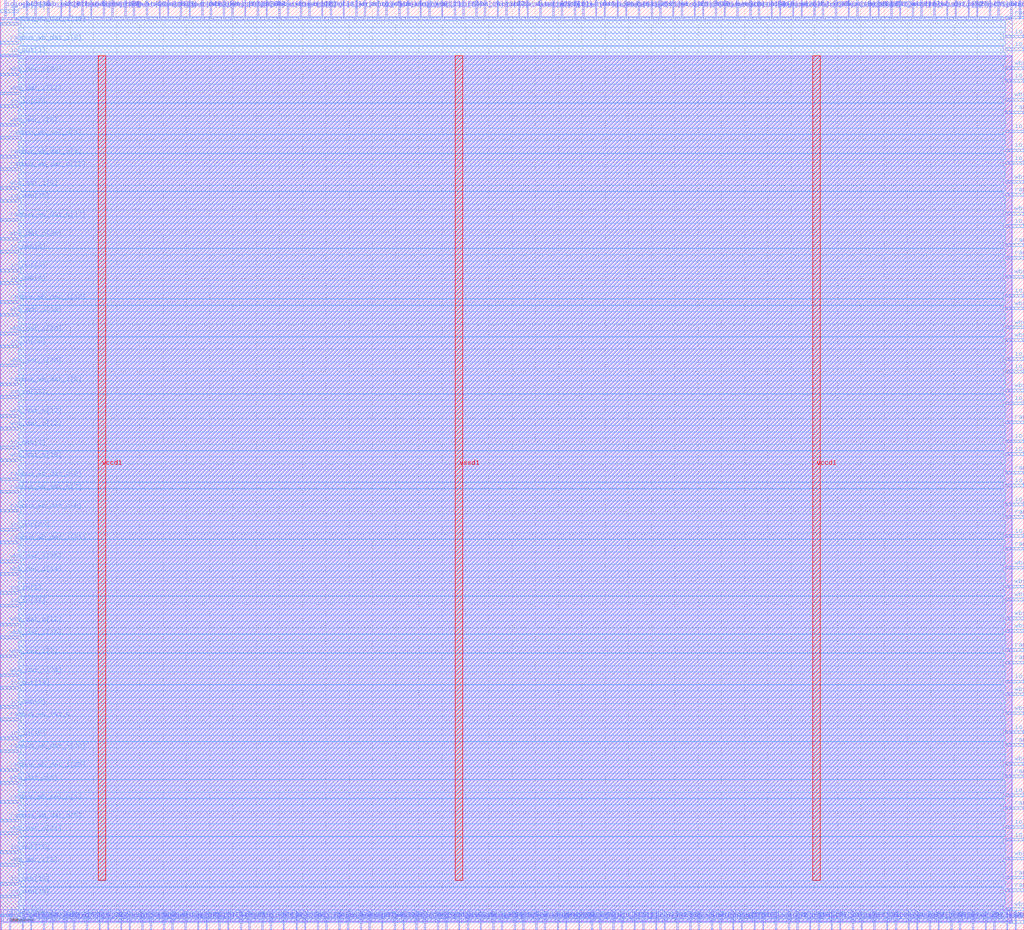
<source format=lef>
VERSION 5.7 ;
  NOWIREEXTENSIONATPIN ON ;
  DIVIDERCHAR "/" ;
  BUSBITCHARS "[]" ;
MACRO wrapped_function_generator
  CLASS BLOCK ;
  FOREIGN wrapped_function_generator ;
  ORIGIN 0.000 0.000 ;
  SIZE 220.000 BY 200.000 ;
  PIN active
    DIRECTION INPUT ;
    USE SIGNAL ;
    PORT
      LAYER met2 ;
        RECT 103.130 0.000 103.410 4.000 ;
    END
  END active
  PIN io_in[0]
    DIRECTION INPUT ;
    USE SIGNAL ;
    PORT
      LAYER met2 ;
        RECT 58.050 0.000 58.330 4.000 ;
    END
  END io_in[0]
  PIN io_in[10]
    DIRECTION INPUT ;
    USE SIGNAL ;
    PORT
      LAYER met2 ;
        RECT 150.050 0.000 150.330 4.000 ;
    END
  END io_in[10]
  PIN io_in[11]
    DIRECTION INPUT ;
    USE SIGNAL ;
    PORT
      LAYER met2 ;
        RECT 56.210 0.000 56.490 4.000 ;
    END
  END io_in[11]
  PIN io_in[12]
    DIRECTION INPUT ;
    USE SIGNAL ;
    PORT
      LAYER met2 ;
        RECT 76.450 196.000 76.730 200.000 ;
    END
  END io_in[12]
  PIN io_in[13]
    DIRECTION INPUT ;
    USE SIGNAL ;
    PORT
      LAYER met2 ;
        RECT 125.210 196.000 125.490 200.000 ;
    END
  END io_in[13]
  PIN io_in[14]
    DIRECTION INPUT ;
    USE SIGNAL ;
    PORT
      LAYER met2 ;
        RECT 60.810 0.000 61.090 4.000 ;
    END
  END io_in[14]
  PIN io_in[15]
    DIRECTION INPUT ;
    USE SIGNAL ;
    PORT
      LAYER met3 ;
        RECT 0.000 40.840 4.000 41.440 ;
    END
  END io_in[15]
  PIN io_in[16]
    DIRECTION INPUT ;
    USE SIGNAL ;
    PORT
      LAYER met2 ;
        RECT 22.170 196.000 22.450 200.000 ;
    END
  END io_in[16]
  PIN io_in[17]
    DIRECTION INPUT ;
    USE SIGNAL ;
    PORT
      LAYER met3 ;
        RECT 0.000 176.840 4.000 177.440 ;
    END
  END io_in[17]
  PIN io_in[18]
    DIRECTION INPUT ;
    USE SIGNAL ;
    PORT
      LAYER met2 ;
        RECT 171.210 0.000 171.490 4.000 ;
    END
  END io_in[18]
  PIN io_in[19]
    DIRECTION INPUT ;
    USE SIGNAL ;
    PORT
      LAYER met3 ;
        RECT 216.000 151.000 220.000 151.600 ;
    END
  END io_in[19]
  PIN io_in[1]
    DIRECTION INPUT ;
    USE SIGNAL ;
    PORT
      LAYER met2 ;
        RECT 92.090 196.000 92.370 200.000 ;
    END
  END io_in[1]
  PIN io_in[20]
    DIRECTION INPUT ;
    USE SIGNAL ;
    PORT
      LAYER met3 ;
        RECT 216.000 84.360 220.000 84.960 ;
    END
  END io_in[20]
  PIN io_in[21]
    DIRECTION INPUT ;
    USE SIGNAL ;
    PORT
      LAYER met2 ;
        RECT 170.290 196.000 170.570 200.000 ;
    END
  END io_in[21]
  PIN io_in[22]
    DIRECTION INPUT ;
    USE SIGNAL ;
    PORT
      LAYER met2 ;
        RECT 97.610 196.000 97.890 200.000 ;
    END
  END io_in[22]
  PIN io_in[23]
    DIRECTION INPUT ;
    USE SIGNAL ;
    PORT
      LAYER met2 ;
        RECT 81.970 0.000 82.250 4.000 ;
    END
  END io_in[23]
  PIN io_in[24]
    DIRECTION INPUT ;
    USE SIGNAL ;
    PORT
      LAYER met3 ;
        RECT 0.000 197.240 4.000 197.840 ;
    END
  END io_in[24]
  PIN io_in[25]
    DIRECTION INPUT ;
    USE SIGNAL ;
    PORT
      LAYER met3 ;
        RECT 216.000 182.280 220.000 182.880 ;
    END
  END io_in[25]
  PIN io_in[26]
    DIRECTION INPUT ;
    USE SIGNAL ;
    PORT
      LAYER met2 ;
        RECT 166.610 0.000 166.890 4.000 ;
    END
  END io_in[26]
  PIN io_in[27]
    DIRECTION INPUT ;
    USE SIGNAL ;
    PORT
      LAYER met2 ;
        RECT 28.610 196.000 28.890 200.000 ;
    END
  END io_in[27]
  PIN io_in[28]
    DIRECTION INPUT ;
    USE SIGNAL ;
    PORT
      LAYER met3 ;
        RECT 216.000 191.800 220.000 192.400 ;
    END
  END io_in[28]
  PIN io_in[29]
    DIRECTION INPUT ;
    USE SIGNAL ;
    PORT
      LAYER met2 ;
        RECT 77.370 0.000 77.650 4.000 ;
    END
  END io_in[29]
  PIN io_in[2]
    DIRECTION INPUT ;
    USE SIGNAL ;
    PORT
      LAYER met2 ;
        RECT 106.810 196.000 107.090 200.000 ;
    END
  END io_in[2]
  PIN io_in[30]
    DIRECTION INPUT ;
    USE SIGNAL ;
    PORT
      LAYER met3 ;
        RECT 0.000 125.160 4.000 125.760 ;
    END
  END io_in[30]
  PIN io_in[31]
    DIRECTION INPUT ;
    USE SIGNAL ;
    PORT
      LAYER met3 ;
        RECT 216.000 91.160 220.000 91.760 ;
    END
  END io_in[31]
  PIN io_in[32]
    DIRECTION INPUT ;
    USE SIGNAL ;
    PORT
      LAYER met2 ;
        RECT 81.050 196.000 81.330 200.000 ;
    END
  END io_in[32]
  PIN io_in[33]
    DIRECTION INPUT ;
    USE SIGNAL ;
    PORT
      LAYER met3 ;
        RECT 0.000 114.280 4.000 114.880 ;
    END
  END io_in[33]
  PIN io_in[34]
    DIRECTION INPUT ;
    USE SIGNAL ;
    PORT
      LAYER met3 ;
        RECT 216.000 171.400 220.000 172.000 ;
    END
  END io_in[34]
  PIN io_in[35]
    DIRECTION INPUT ;
    USE SIGNAL ;
    PORT
      LAYER met2 ;
        RECT 159.250 0.000 159.530 4.000 ;
    END
  END io_in[35]
  PIN io_in[36]
    DIRECTION INPUT ;
    USE SIGNAL ;
    PORT
      LAYER met3 ;
        RECT 216.000 21.800 220.000 22.400 ;
    END
  END io_in[36]
  PIN io_in[37]
    DIRECTION INPUT ;
    USE SIGNAL ;
    PORT
      LAYER met3 ;
        RECT 0.000 69.400 4.000 70.000 ;
    END
  END io_in[37]
  PIN io_in[3]
    DIRECTION INPUT ;
    USE SIGNAL ;
    PORT
      LAYER met3 ;
        RECT 0.000 72.120 4.000 72.720 ;
    END
  END io_in[3]
  PIN io_in[4]
    DIRECTION INPUT ;
    USE SIGNAL ;
    PORT
      LAYER met3 ;
        RECT 216.000 104.760 220.000 105.360 ;
    END
  END io_in[4]
  PIN io_in[5]
    DIRECTION INPUT ;
    USE SIGNAL ;
    PORT
      LAYER met2 ;
        RECT 91.170 0.000 91.450 4.000 ;
    END
  END io_in[5]
  PIN io_in[6]
    DIRECTION INPUT ;
    USE SIGNAL ;
    PORT
      LAYER met2 ;
        RECT 144.530 196.000 144.810 200.000 ;
    END
  END io_in[6]
  PIN io_in[7]
    DIRECTION INPUT ;
    USE SIGNAL ;
    PORT
      LAYER met2 ;
        RECT 21.250 0.000 21.530 4.000 ;
    END
  END io_in[7]
  PIN io_in[8]
    DIRECTION INPUT ;
    USE SIGNAL ;
    PORT
      LAYER met2 ;
        RECT 219.050 196.000 219.330 200.000 ;
    END
  END io_in[8]
  PIN io_in[9]
    DIRECTION INPUT ;
    USE SIGNAL ;
    PORT
      LAYER met3 ;
        RECT 0.000 2.760 4.000 3.360 ;
    END
  END io_in[9]
  PIN io_oeb[0]
    DIRECTION OUTPUT TRISTATE ;
    USE SIGNAL ;
    PORT
      LAYER met2 ;
        RECT 118.770 196.000 119.050 200.000 ;
    END
  END io_oeb[0]
  PIN io_oeb[10]
    DIRECTION OUTPUT TRISTATE ;
    USE SIGNAL ;
    PORT
      LAYER met3 ;
        RECT 0.000 9.560 4.000 10.160 ;
    END
  END io_oeb[10]
  PIN io_oeb[11]
    DIRECTION OUTPUT TRISTATE ;
    USE SIGNAL ;
    PORT
      LAYER met3 ;
        RECT 216.000 119.720 220.000 120.320 ;
    END
  END io_oeb[11]
  PIN io_oeb[12]
    DIRECTION OUTPUT TRISTATE ;
    USE SIGNAL ;
    PORT
      LAYER met2 ;
        RECT 90.250 196.000 90.530 200.000 ;
    END
  END io_oeb[12]
  PIN io_oeb[13]
    DIRECTION OUTPUT TRISTATE ;
    USE SIGNAL ;
    PORT
      LAYER met2 ;
        RECT 183.170 0.000 183.450 4.000 ;
    END
  END io_oeb[13]
  PIN io_oeb[14]
    DIRECTION OUTPUT TRISTATE ;
    USE SIGNAL ;
    PORT
      LAYER met2 ;
        RECT 140.850 0.000 141.130 4.000 ;
    END
  END io_oeb[14]
  PIN io_oeb[15]
    DIRECTION OUTPUT TRISTATE ;
    USE SIGNAL ;
    PORT
      LAYER met3 ;
        RECT 0.000 156.440 4.000 157.040 ;
    END
  END io_oeb[15]
  PIN io_oeb[16]
    DIRECTION OUTPUT TRISTATE ;
    USE SIGNAL ;
    PORT
      LAYER met2 ;
        RECT 155.570 196.000 155.850 200.000 ;
    END
  END io_oeb[16]
  PIN io_oeb[17]
    DIRECTION OUTPUT TRISTATE ;
    USE SIGNAL ;
    PORT
      LAYER met3 ;
        RECT 216.000 136.040 220.000 136.640 ;
    END
  END io_oeb[17]
  PIN io_oeb[18]
    DIRECTION OUTPUT TRISTATE ;
    USE SIGNAL ;
    PORT
      LAYER met2 ;
        RECT 201.570 0.000 201.850 4.000 ;
    END
  END io_oeb[18]
  PIN io_oeb[19]
    DIRECTION OUTPUT TRISTATE ;
    USE SIGNAL ;
    PORT
      LAYER met3 ;
        RECT 0.000 6.840 4.000 7.440 ;
    END
  END io_oeb[19]
  PIN io_oeb[1]
    DIRECTION OUTPUT TRISTATE ;
    USE SIGNAL ;
    PORT
      LAYER met2 ;
        RECT 205.250 196.000 205.530 200.000 ;
    END
  END io_oeb[1]
  PIN io_oeb[20]
    DIRECTION OUTPUT TRISTATE ;
    USE SIGNAL ;
    PORT
      LAYER met2 ;
        RECT 173.970 0.000 174.250 4.000 ;
    END
  END io_oeb[20]
  PIN io_oeb[21]
    DIRECTION OUTPUT TRISTATE ;
    USE SIGNAL ;
    PORT
      LAYER met3 ;
        RECT 216.000 19.080 220.000 19.680 ;
    END
  END io_oeb[21]
  PIN io_oeb[22]
    DIRECTION OUTPUT TRISTATE ;
    USE SIGNAL ;
    PORT
      LAYER met2 ;
        RECT 157.410 0.000 157.690 4.000 ;
    END
  END io_oeb[22]
  PIN io_oeb[23]
    DIRECTION OUTPUT TRISTATE ;
    USE SIGNAL ;
    PORT
      LAYER met3 ;
        RECT 216.000 95.240 220.000 95.840 ;
    END
  END io_oeb[23]
  PIN io_oeb[24]
    DIRECTION OUTPUT TRISTATE ;
    USE SIGNAL ;
    PORT
      LAYER met2 ;
        RECT 195.130 0.000 195.410 4.000 ;
    END
  END io_oeb[24]
  PIN io_oeb[25]
    DIRECTION OUTPUT TRISTATE ;
    USE SIGNAL ;
    PORT
      LAYER met2 ;
        RECT 119.690 0.000 119.970 4.000 ;
    END
  END io_oeb[25]
  PIN io_oeb[26]
    DIRECTION OUTPUT TRISTATE ;
    USE SIGNAL ;
    PORT
      LAYER met2 ;
        RECT 42.410 0.000 42.690 4.000 ;
    END
  END io_oeb[26]
  PIN io_oeb[27]
    DIRECTION OUTPUT TRISTATE ;
    USE SIGNAL ;
    PORT
      LAYER met2 ;
        RECT 48.850 0.000 49.130 4.000 ;
    END
  END io_oeb[27]
  PIN io_oeb[28]
    DIRECTION OUTPUT TRISTATE ;
    USE SIGNAL ;
    PORT
      LAYER met2 ;
        RECT 124.290 0.000 124.570 4.000 ;
    END
  END io_oeb[28]
  PIN io_oeb[29]
    DIRECTION OUTPUT TRISTATE ;
    USE SIGNAL ;
    PORT
      LAYER met2 ;
        RECT 52.530 196.000 52.810 200.000 ;
    END
  END io_oeb[29]
  PIN io_oeb[2]
    DIRECTION OUTPUT TRISTATE ;
    USE SIGNAL ;
    PORT
      LAYER met3 ;
        RECT 0.000 103.400 4.000 104.000 ;
    END
  END io_oeb[2]
  PIN io_oeb[30]
    DIRECTION OUTPUT TRISTATE ;
    USE SIGNAL ;
    PORT
      LAYER met3 ;
        RECT 216.000 28.600 220.000 29.200 ;
    END
  END io_oeb[30]
  PIN io_oeb[31]
    DIRECTION OUTPUT TRISTATE ;
    USE SIGNAL ;
    PORT
      LAYER met3 ;
        RECT 216.000 112.920 220.000 113.520 ;
    END
  END io_oeb[31]
  PIN io_oeb[32]
    DIRECTION OUTPUT TRISTATE ;
    USE SIGNAL ;
    PORT
      LAYER met3 ;
        RECT 216.000 53.080 220.000 53.680 ;
    END
  END io_oeb[32]
  PIN io_oeb[33]
    DIRECTION OUTPUT TRISTATE ;
    USE SIGNAL ;
    PORT
      LAYER met3 ;
        RECT 216.000 102.040 220.000 102.640 ;
    END
  END io_oeb[33]
  PIN io_oeb[34]
    DIRECTION OUTPUT TRISTATE ;
    USE SIGNAL ;
    PORT
      LAYER met2 ;
        RECT 1.010 196.000 1.290 200.000 ;
    END
  END io_oeb[34]
  PIN io_oeb[35]
    DIRECTION OUTPUT TRISTATE ;
    USE SIGNAL ;
    PORT
      LAYER met2 ;
        RECT 185.010 0.000 185.290 4.000 ;
    END
  END io_oeb[35]
  PIN io_oeb[36]
    DIRECTION OUTPUT TRISTATE ;
    USE SIGNAL ;
    PORT
      LAYER met2 ;
        RECT 17.570 196.000 17.850 200.000 ;
    END
  END io_oeb[36]
  PIN io_oeb[37]
    DIRECTION OUTPUT TRISTATE ;
    USE SIGNAL ;
    PORT
      LAYER met2 ;
        RECT 94.850 196.000 95.130 200.000 ;
    END
  END io_oeb[37]
  PIN io_oeb[3]
    DIRECTION OUTPUT TRISTATE ;
    USE SIGNAL ;
    PORT
      LAYER met2 ;
        RECT 74.610 0.000 74.890 4.000 ;
    END
  END io_oeb[3]
  PIN io_oeb[4]
    DIRECTION OUTPUT TRISTATE ;
    USE SIGNAL ;
    PORT
      LAYER met3 ;
        RECT 0.000 138.760 4.000 139.360 ;
    END
  END io_oeb[4]
  PIN io_oeb[5]
    DIRECTION OUTPUT TRISTATE ;
    USE SIGNAL ;
    PORT
      LAYER met2 ;
        RECT 64.490 196.000 64.770 200.000 ;
    END
  END io_oeb[5]
  PIN io_oeb[6]
    DIRECTION OUTPUT TRISTATE ;
    USE SIGNAL ;
    PORT
      LAYER met3 ;
        RECT 0.000 145.560 4.000 146.160 ;
    END
  END io_oeb[6]
  PIN io_oeb[7]
    DIRECTION OUTPUT TRISTATE ;
    USE SIGNAL ;
    PORT
      LAYER met2 ;
        RECT 213.530 0.000 213.810 4.000 ;
    END
  END io_oeb[7]
  PIN io_oeb[8]
    DIRECTION OUTPUT TRISTATE ;
    USE SIGNAL ;
    PORT
      LAYER met2 ;
        RECT 142.690 0.000 142.970 4.000 ;
    END
  END io_oeb[8]
  PIN io_oeb[9]
    DIRECTION OUTPUT TRISTATE ;
    USE SIGNAL ;
    PORT
      LAYER met3 ;
        RECT 0.000 47.640 4.000 48.240 ;
    END
  END io_oeb[9]
  PIN io_out[0]
    DIRECTION OUTPUT TRISTATE ;
    USE SIGNAL ;
    PORT
      LAYER met2 ;
        RECT 169.370 0.000 169.650 4.000 ;
    END
  END io_out[0]
  PIN io_out[10]
    DIRECTION OUTPUT TRISTATE ;
    USE SIGNAL ;
    PORT
      LAYER met2 ;
        RECT 193.290 196.000 193.570 200.000 ;
    END
  END io_out[10]
  PIN io_out[11]
    DIRECTION OUTPUT TRISTATE ;
    USE SIGNAL ;
    PORT
      LAYER met2 ;
        RECT 216.290 0.000 216.570 4.000 ;
    END
  END io_out[11]
  PIN io_out[12]
    DIRECTION OUTPUT TRISTATE ;
    USE SIGNAL ;
    PORT
      LAYER met2 ;
        RECT 131.650 0.000 131.930 4.000 ;
    END
  END io_out[12]
  PIN io_out[13]
    DIRECTION OUTPUT TRISTATE ;
    USE SIGNAL ;
    PORT
      LAYER met2 ;
        RECT 104.050 196.000 104.330 200.000 ;
    END
  END io_out[13]
  PIN io_out[14]
    DIRECTION OUTPUT TRISTATE ;
    USE SIGNAL ;
    PORT
      LAYER met3 ;
        RECT 0.000 51.720 4.000 52.320 ;
    END
  END io_out[14]
  PIN io_out[15]
    DIRECTION OUTPUT TRISTATE ;
    USE SIGNAL ;
    PORT
      LAYER met2 ;
        RECT 99.450 196.000 99.730 200.000 ;
    END
  END io_out[15]
  PIN io_out[16]
    DIRECTION OUTPUT TRISTATE ;
    USE SIGNAL ;
    PORT
      LAYER met2 ;
        RECT 187.770 0.000 188.050 4.000 ;
    END
  END io_out[16]
  PIN io_out[17]
    DIRECTION OUTPUT TRISTATE ;
    USE SIGNAL ;
    PORT
      LAYER met2 ;
        RECT 44.250 0.000 44.530 4.000 ;
    END
  END io_out[17]
  PIN io_out[18]
    DIRECTION OUTPUT TRISTATE ;
    USE SIGNAL ;
    PORT
      LAYER met2 ;
        RECT 39.650 0.000 39.930 4.000 ;
    END
  END io_out[18]
  PIN io_out[19]
    DIRECTION OUTPUT TRISTATE ;
    USE SIGNAL ;
    PORT
      LAYER met3 ;
        RECT 216.000 122.440 220.000 123.040 ;
    END
  END io_out[19]
  PIN io_out[1]
    DIRECTION OUTPUT TRISTATE ;
    USE SIGNAL ;
    PORT
      LAYER met3 ;
        RECT 0.000 187.720 4.000 188.320 ;
    END
  END io_out[1]
  PIN io_out[20]
    DIRECTION OUTPUT TRISTATE ;
    USE SIGNAL ;
    PORT
      LAYER met3 ;
        RECT 0.000 85.720 4.000 86.320 ;
    END
  END io_out[20]
  PIN io_out[21]
    DIRECTION OUTPUT TRISTATE ;
    USE SIGNAL ;
    PORT
      LAYER met2 ;
        RECT 10.210 196.000 10.490 200.000 ;
    END
  END io_out[21]
  PIN io_out[22]
    DIRECTION OUTPUT TRISTATE ;
    USE SIGNAL ;
    PORT
      LAYER met2 ;
        RECT 40.570 196.000 40.850 200.000 ;
    END
  END io_out[22]
  PIN io_out[23]
    DIRECTION OUTPUT TRISTATE ;
    USE SIGNAL ;
    PORT
      LAYER met2 ;
        RECT 186.850 196.000 187.130 200.000 ;
    END
  END io_out[23]
  PIN io_out[24]
    DIRECTION OUTPUT TRISTATE ;
    USE SIGNAL ;
    PORT
      LAYER met2 ;
        RECT 123.370 196.000 123.650 200.000 ;
    END
  END io_out[24]
  PIN io_out[25]
    DIRECTION OUTPUT TRISTATE ;
    USE SIGNAL ;
    PORT
      LAYER met2 ;
        RECT 154.650 0.000 154.930 4.000 ;
    END
  END io_out[25]
  PIN io_out[26]
    DIRECTION OUTPUT TRISTATE ;
    USE SIGNAL ;
    PORT
      LAYER met2 ;
        RECT 167.530 196.000 167.810 200.000 ;
    END
  END io_out[26]
  PIN io_out[27]
    DIRECTION OUTPUT TRISTATE ;
    USE SIGNAL ;
    PORT
      LAYER met2 ;
        RECT 47.930 196.000 48.210 200.000 ;
    END
  END io_out[27]
  PIN io_out[28]
    DIRECTION OUTPUT TRISTATE ;
    USE SIGNAL ;
    PORT
      LAYER met3 ;
        RECT 0.000 16.360 4.000 16.960 ;
    END
  END io_out[28]
  PIN io_out[29]
    DIRECTION OUTPUT TRISTATE ;
    USE SIGNAL ;
    PORT
      LAYER met3 ;
        RECT 216.000 164.600 220.000 165.200 ;
    END
  END io_out[29]
  PIN io_out[2]
    DIRECTION OUTPUT TRISTATE ;
    USE SIGNAL ;
    PORT
      LAYER met3 ;
        RECT 0.000 141.480 4.000 142.080 ;
    END
  END io_out[2]
  PIN io_out[30]
    DIRECTION OUTPUT TRISTATE ;
    USE SIGNAL ;
    PORT
      LAYER met3 ;
        RECT 216.000 189.080 220.000 189.680 ;
    END
  END io_out[30]
  PIN io_out[31]
    DIRECTION OUTPUT TRISTATE ;
    USE SIGNAL ;
    PORT
      LAYER met2 ;
        RECT 38.730 196.000 39.010 200.000 ;
    END
  END io_out[31]
  PIN io_out[32]
    DIRECTION OUTPUT TRISTATE ;
    USE SIGNAL ;
    PORT
      LAYER met2 ;
        RECT 47.010 0.000 47.290 4.000 ;
    END
  END io_out[32]
  PIN io_out[33]
    DIRECTION OUTPUT TRISTATE ;
    USE SIGNAL ;
    PORT
      LAYER met3 ;
        RECT 216.000 42.200 220.000 42.800 ;
    END
  END io_out[33]
  PIN io_out[34]
    DIRECTION OUTPUT TRISTATE ;
    USE SIGNAL ;
    PORT
      LAYER met2 ;
        RECT 132.570 196.000 132.850 200.000 ;
    END
  END io_out[34]
  PIN io_out[35]
    DIRECTION OUTPUT TRISTATE ;
    USE SIGNAL ;
    PORT
      LAYER met2 ;
        RECT 208.010 196.000 208.290 200.000 ;
    END
  END io_out[35]
  PIN io_out[36]
    DIRECTION OUTPUT TRISTATE ;
    USE SIGNAL ;
    PORT
      LAYER met2 ;
        RECT 2.850 196.000 3.130 200.000 ;
    END
  END io_out[36]
  PIN io_out[37]
    DIRECTION OUTPUT TRISTATE ;
    USE SIGNAL ;
    PORT
      LAYER met2 ;
        RECT 203.410 196.000 203.690 200.000 ;
    END
  END io_out[37]
  PIN io_out[3]
    DIRECTION OUTPUT TRISTATE ;
    USE SIGNAL ;
    PORT
      LAYER met2 ;
        RECT 69.090 196.000 69.370 200.000 ;
    END
  END io_out[3]
  PIN io_out[4]
    DIRECTION OUTPUT TRISTATE ;
    USE SIGNAL ;
    PORT
      LAYER met2 ;
        RECT 133.490 0.000 133.770 4.000 ;
    END
  END io_out[4]
  PIN io_out[5]
    DIRECTION OUTPUT TRISTATE ;
    USE SIGNAL ;
    PORT
      LAYER met2 ;
        RECT 9.290 0.000 9.570 4.000 ;
    END
  END io_out[5]
  PIN io_out[6]
    DIRECTION OUTPUT TRISTATE ;
    USE SIGNAL ;
    PORT
      LAYER met2 ;
        RECT 73.690 196.000 73.970 200.000 ;
    END
  END io_out[6]
  PIN io_out[7]
    DIRECTION OUTPUT TRISTATE ;
    USE SIGNAL ;
    PORT
      LAYER met2 ;
        RECT 65.410 0.000 65.690 4.000 ;
    END
  END io_out[7]
  PIN io_out[8]
    DIRECTION OUTPUT TRISTATE ;
    USE SIGNAL ;
    PORT
      LAYER met3 ;
        RECT 216.000 167.320 220.000 167.920 ;
    END
  END io_out[8]
  PIN io_out[9]
    DIRECTION OUTPUT TRISTATE ;
    USE SIGNAL ;
    PORT
      LAYER met2 ;
        RECT 184.090 196.000 184.370 200.000 ;
    END
  END io_out[9]
  PIN rambus_wb_ack_i
    DIRECTION INPUT ;
    USE SIGNAL ;
    PORT
      LAYER met2 ;
        RECT 82.890 196.000 83.170 200.000 ;
    END
  END rambus_wb_ack_i
  PIN rambus_wb_adr_o[0]
    DIRECTION OUTPUT TRISTATE ;
    USE SIGNAL ;
    PORT
      LAYER met2 ;
        RECT 70.930 196.000 71.210 200.000 ;
    END
  END rambus_wb_adr_o[0]
  PIN rambus_wb_adr_o[1]
    DIRECTION OUTPUT TRISTATE ;
    USE SIGNAL ;
    PORT
      LAYER met2 ;
        RECT 108.650 196.000 108.930 200.000 ;
    END
  END rambus_wb_adr_o[1]
  PIN rambus_wb_adr_o[2]
    DIRECTION OUTPUT TRISTATE ;
    USE SIGNAL ;
    PORT
      LAYER met3 ;
        RECT 216.000 25.880 220.000 26.480 ;
    END
  END rambus_wb_adr_o[2]
  PIN rambus_wb_adr_o[3]
    DIRECTION OUTPUT TRISTATE ;
    USE SIGNAL ;
    PORT
      LAYER met2 ;
        RECT 199.730 0.000 200.010 4.000 ;
    END
  END rambus_wb_adr_o[3]
  PIN rambus_wb_adr_o[4]
    DIRECTION OUTPUT TRISTATE ;
    USE SIGNAL ;
    PORT
      LAYER met3 ;
        RECT 216.000 81.640 220.000 82.240 ;
    END
  END rambus_wb_adr_o[4]
  PIN rambus_wb_adr_o[5]
    DIRECTION OUTPUT TRISTATE ;
    USE SIGNAL ;
    PORT
      LAYER met2 ;
        RECT 32.290 0.000 32.570 4.000 ;
    END
  END rambus_wb_adr_o[5]
  PIN rambus_wb_adr_o[6]
    DIRECTION OUTPUT TRISTATE ;
    USE SIGNAL ;
    PORT
      LAYER met2 ;
        RECT 174.890 196.000 175.170 200.000 ;
    END
  END rambus_wb_adr_o[6]
  PIN rambus_wb_adr_o[7]
    DIRECTION OUTPUT TRISTATE ;
    USE SIGNAL ;
    PORT
      LAYER met3 ;
        RECT 0.000 93.880 4.000 94.480 ;
    END
  END rambus_wb_adr_o[7]
  PIN rambus_wb_cyc_o
    DIRECTION OUTPUT TRISTATE ;
    USE SIGNAL ;
    PORT
      LAYER met2 ;
        RECT 149.130 196.000 149.410 200.000 ;
    END
  END rambus_wb_cyc_o
  PIN rambus_wb_dat_i[0]
    DIRECTION INPUT ;
    USE SIGNAL ;
    PORT
      LAYER met3 ;
        RECT 216.000 59.880 220.000 60.480 ;
    END
  END rambus_wb_dat_i[0]
  PIN rambus_wb_dat_i[10]
    DIRECTION INPUT ;
    USE SIGNAL ;
    PORT
      LAYER met2 ;
        RECT 79.210 0.000 79.490 4.000 ;
    END
  END rambus_wb_dat_i[10]
  PIN rambus_wb_dat_i[11]
    DIRECTION INPUT ;
    USE SIGNAL ;
    PORT
      LAYER met2 ;
        RECT 190.530 0.000 190.810 4.000 ;
    END
  END rambus_wb_dat_i[11]
  PIN rambus_wb_dat_i[12]
    DIRECTION INPUT ;
    USE SIGNAL ;
    PORT
      LAYER met3 ;
        RECT 0.000 134.680 4.000 135.280 ;
    END
  END rambus_wb_dat_i[12]
  PIN rambus_wb_dat_i[13]
    DIRECTION INPUT ;
    USE SIGNAL ;
    PORT
      LAYER met3 ;
        RECT 216.000 175.480 220.000 176.080 ;
    END
  END rambus_wb_dat_i[13]
  PIN rambus_wb_dat_i[14]
    DIRECTION INPUT ;
    USE SIGNAL ;
    PORT
      LAYER met3 ;
        RECT 216.000 157.800 220.000 158.400 ;
    END
  END rambus_wb_dat_i[14]
  PIN rambus_wb_dat_i[15]
    DIRECTION INPUT ;
    USE SIGNAL ;
    PORT
      LAYER met2 ;
        RECT 98.530 0.000 98.810 4.000 ;
    END
  END rambus_wb_dat_i[15]
  PIN rambus_wb_dat_i[16]
    DIRECTION INPUT ;
    USE SIGNAL ;
    PORT
      LAYER met3 ;
        RECT 0.000 194.520 4.000 195.120 ;
    END
  END rambus_wb_dat_i[16]
  PIN rambus_wb_dat_i[17]
    DIRECTION INPUT ;
    USE SIGNAL ;
    PORT
      LAYER met2 ;
        RECT 95.770 0.000 96.050 4.000 ;
    END
  END rambus_wb_dat_i[17]
  PIN rambus_wb_dat_i[18]
    DIRECTION INPUT ;
    USE SIGNAL ;
    PORT
      LAYER met2 ;
        RECT 165.690 196.000 165.970 200.000 ;
    END
  END rambus_wb_dat_i[18]
  PIN rambus_wb_dat_i[19]
    DIRECTION INPUT ;
    USE SIGNAL ;
    PORT
      LAYER met2 ;
        RECT 139.930 196.000 140.210 200.000 ;
    END
  END rambus_wb_dat_i[19]
  PIN rambus_wb_dat_i[1]
    DIRECTION INPUT ;
    USE SIGNAL ;
    PORT
      LAYER met2 ;
        RECT 30.450 0.000 30.730 4.000 ;
    END
  END rambus_wb_dat_i[1]
  PIN rambus_wb_dat_i[20]
    DIRECTION INPUT ;
    USE SIGNAL ;
    PORT
      LAYER met3 ;
        RECT 0.000 38.120 4.000 38.720 ;
    END
  END rambus_wb_dat_i[20]
  PIN rambus_wb_dat_i[21]
    DIRECTION INPUT ;
    USE SIGNAL ;
    PORT
      LAYER met3 ;
        RECT 0.000 83.000 4.000 83.600 ;
    END
  END rambus_wb_dat_i[21]
  PIN rambus_wb_dat_i[22]
    DIRECTION INPUT ;
    USE SIGNAL ;
    PORT
      LAYER met2 ;
        RECT 204.330 0.000 204.610 4.000 ;
    END
  END rambus_wb_dat_i[22]
  PIN rambus_wb_dat_i[23]
    DIRECTION INPUT ;
    USE SIGNAL ;
    PORT
      LAYER met3 ;
        RECT 216.000 195.880 220.000 196.480 ;
    END
  END rambus_wb_dat_i[23]
  PIN rambus_wb_dat_i[24]
    DIRECTION INPUT ;
    USE SIGNAL ;
    PORT
      LAYER met3 ;
        RECT 216.000 97.960 220.000 98.560 ;
    END
  END rambus_wb_dat_i[24]
  PIN rambus_wb_dat_i[25]
    DIRECTION INPUT ;
    USE SIGNAL ;
    PORT
      LAYER met3 ;
        RECT 0.000 34.040 4.000 34.640 ;
    END
  END rambus_wb_dat_i[25]
  PIN rambus_wb_dat_i[26]
    DIRECTION INPUT ;
    USE SIGNAL ;
    PORT
      LAYER met2 ;
        RECT 129.810 196.000 130.090 200.000 ;
    END
  END rambus_wb_dat_i[26]
  PIN rambus_wb_dat_i[27]
    DIRECTION INPUT ;
    USE SIGNAL ;
    PORT
      LAYER met3 ;
        RECT 216.000 1.400 220.000 2.000 ;
    END
  END rambus_wb_dat_i[27]
  PIN rambus_wb_dat_i[28]
    DIRECTION INPUT ;
    USE SIGNAL ;
    PORT
      LAYER met2 ;
        RECT 43.330 196.000 43.610 200.000 ;
    END
  END rambus_wb_dat_i[28]
  PIN rambus_wb_dat_i[29]
    DIRECTION INPUT ;
    USE SIGNAL ;
    PORT
      LAYER met3 ;
        RECT 216.000 146.920 220.000 147.520 ;
    END
  END rambus_wb_dat_i[29]
  PIN rambus_wb_dat_i[2]
    DIRECTION INPUT ;
    USE SIGNAL ;
    PORT
      LAYER met2 ;
        RECT 23.090 0.000 23.370 4.000 ;
    END
  END rambus_wb_dat_i[2]
  PIN rambus_wb_dat_i[30]
    DIRECTION INPUT ;
    USE SIGNAL ;
    PORT
      LAYER met2 ;
        RECT 211.690 0.000 211.970 4.000 ;
    END
  END rambus_wb_dat_i[30]
  PIN rambus_wb_dat_i[31]
    DIRECTION INPUT ;
    USE SIGNAL ;
    PORT
      LAYER met2 ;
        RECT 120.610 196.000 120.890 200.000 ;
    END
  END rambus_wb_dat_i[31]
  PIN rambus_wb_dat_i[3]
    DIRECTION INPUT ;
    USE SIGNAL ;
    PORT
      LAYER met3 ;
        RECT 216.000 88.440 220.000 89.040 ;
    END
  END rambus_wb_dat_i[3]
  PIN rambus_wb_dat_i[4]
    DIRECTION INPUT ;
    USE SIGNAL ;
    PORT
      LAYER met3 ;
        RECT 216.000 57.160 220.000 57.760 ;
    END
  END rambus_wb_dat_i[4]
  PIN rambus_wb_dat_i[5]
    DIRECTION INPUT ;
    USE SIGNAL ;
    PORT
      LAYER met2 ;
        RECT 214.450 196.000 214.730 200.000 ;
    END
  END rambus_wb_dat_i[5]
  PIN rambus_wb_dat_i[6]
    DIRECTION INPUT ;
    USE SIGNAL ;
    PORT
      LAYER met2 ;
        RECT 87.490 196.000 87.770 200.000 ;
    END
  END rambus_wb_dat_i[6]
  PIN rambus_wb_dat_i[7]
    DIRECTION INPUT ;
    USE SIGNAL ;
    PORT
      LAYER met2 ;
        RECT 70.010 0.000 70.290 4.000 ;
    END
  END rambus_wb_dat_i[7]
  PIN rambus_wb_dat_i[8]
    DIRECTION INPUT ;
    USE SIGNAL ;
    PORT
      LAYER met3 ;
        RECT 0.000 190.440 4.000 191.040 ;
    END
  END rambus_wb_dat_i[8]
  PIN rambus_wb_dat_i[9]
    DIRECTION INPUT ;
    USE SIGNAL ;
    PORT
      LAYER met3 ;
        RECT 0.000 117.000 4.000 117.600 ;
    END
  END rambus_wb_dat_i[9]
  PIN rambus_wb_dat_o[0]
    DIRECTION OUTPUT TRISTATE ;
    USE SIGNAL ;
    PORT
      LAYER met3 ;
        RECT 0.000 96.600 4.000 97.200 ;
    END
  END rambus_wb_dat_o[0]
  PIN rambus_wb_dat_o[10]
    DIRECTION OUTPUT TRISTATE ;
    USE SIGNAL ;
    PORT
      LAYER met2 ;
        RECT 107.730 0.000 108.010 4.000 ;
    END
  END rambus_wb_dat_o[10]
  PIN rambus_wb_dat_o[11]
    DIRECTION OUTPUT TRISTATE ;
    USE SIGNAL ;
    PORT
      LAYER met2 ;
        RECT 72.770 0.000 73.050 4.000 ;
    END
  END rambus_wb_dat_o[11]
  PIN rambus_wb_dat_o[12]
    DIRECTION OUTPUT TRISTATE ;
    USE SIGNAL ;
    PORT
      LAYER met2 ;
        RECT 148.210 0.000 148.490 4.000 ;
    END
  END rambus_wb_dat_o[12]
  PIN rambus_wb_dat_o[13]
    DIRECTION OUTPUT TRISTATE ;
    USE SIGNAL ;
    PORT
      LAYER met3 ;
        RECT 216.000 108.840 220.000 109.440 ;
    END
  END rambus_wb_dat_o[13]
  PIN rambus_wb_dat_o[14]
    DIRECTION OUTPUT TRISTATE ;
    USE SIGNAL ;
    PORT
      LAYER met2 ;
        RECT 162.010 0.000 162.290 4.000 ;
    END
  END rambus_wb_dat_o[14]
  PIN rambus_wb_dat_o[15]
    DIRECTION OUTPUT TRISTATE ;
    USE SIGNAL ;
    PORT
      LAYER met2 ;
        RECT 196.050 196.000 196.330 200.000 ;
    END
  END rambus_wb_dat_o[15]
  PIN rambus_wb_dat_o[16]
    DIRECTION OUTPUT TRISTATE ;
    USE SIGNAL ;
    PORT
      LAYER met2 ;
        RECT 4.690 0.000 4.970 4.000 ;
    END
  END rambus_wb_dat_o[16]
  PIN rambus_wb_dat_o[17]
    DIRECTION OUTPUT TRISTATE ;
    USE SIGNAL ;
    PORT
      LAYER met3 ;
        RECT 0.000 152.360 4.000 152.960 ;
    END
  END rambus_wb_dat_o[17]
  PIN rambus_wb_dat_o[18]
    DIRECTION OUTPUT TRISTATE ;
    USE SIGNAL ;
    PORT
      LAYER met2 ;
        RECT 24.010 196.000 24.290 200.000 ;
    END
  END rambus_wb_dat_o[18]
  PIN rambus_wb_dat_o[19]
    DIRECTION OUTPUT TRISTATE ;
    USE SIGNAL ;
    PORT
      LAYER met2 ;
        RECT 57.130 196.000 57.410 200.000 ;
    END
  END rambus_wb_dat_o[19]
  PIN rambus_wb_dat_o[1]
    DIRECTION OUTPUT TRISTATE ;
    USE SIGNAL ;
    PORT
      LAYER met2 ;
        RECT 116.930 0.000 117.210 4.000 ;
    END
  END rambus_wb_dat_o[1]
  PIN rambus_wb_dat_o[20]
    DIRECTION OUTPUT TRISTATE ;
    USE SIGNAL ;
    PORT
      LAYER met2 ;
        RECT 53.450 0.000 53.730 4.000 ;
    END
  END rambus_wb_dat_o[20]
  PIN rambus_wb_dat_o[21]
    DIRECTION OUTPUT TRISTATE ;
    USE SIGNAL ;
    PORT
      LAYER met2 ;
        RECT 110.490 0.000 110.770 4.000 ;
    END
  END rambus_wb_dat_o[21]
  PIN rambus_wb_dat_o[22]
    DIRECTION OUTPUT TRISTATE ;
    USE SIGNAL ;
    PORT
      LAYER met3 ;
        RECT 0.000 163.240 4.000 163.840 ;
    END
  END rambus_wb_dat_o[22]
  PIN rambus_wb_dat_o[23]
    DIRECTION OUTPUT TRISTATE ;
    USE SIGNAL ;
    PORT
      LAYER met3 ;
        RECT 216.000 39.480 220.000 40.080 ;
    END
  END rambus_wb_dat_o[23]
  PIN rambus_wb_dat_o[24]
    DIRECTION OUTPUT TRISTATE ;
    USE SIGNAL ;
    PORT
      LAYER met2 ;
        RECT 153.730 196.000 154.010 200.000 ;
    END
  END rambus_wb_dat_o[24]
  PIN rambus_wb_dat_o[25]
    DIRECTION OUTPUT TRISTATE ;
    USE SIGNAL ;
    PORT
      LAYER met2 ;
        RECT 179.490 196.000 179.770 200.000 ;
    END
  END rambus_wb_dat_o[25]
  PIN rambus_wb_dat_o[26]
    DIRECTION OUTPUT TRISTATE ;
    USE SIGNAL ;
    PORT
      LAYER met2 ;
        RECT 127.970 196.000 128.250 200.000 ;
    END
  END rambus_wb_dat_o[26]
  PIN rambus_wb_dat_o[27]
    DIRECTION OUTPUT TRISTATE ;
    USE SIGNAL ;
    PORT
      LAYER met3 ;
        RECT 216.000 32.680 220.000 33.280 ;
    END
  END rambus_wb_dat_o[27]
  PIN rambus_wb_dat_o[28]
    DIRECTION OUTPUT TRISTATE ;
    USE SIGNAL ;
    PORT
      LAYER met2 ;
        RECT 7.450 196.000 7.730 200.000 ;
    END
  END rambus_wb_dat_o[28]
  PIN rambus_wb_dat_o[29]
    DIRECTION OUTPUT TRISTATE ;
    USE SIGNAL ;
    PORT
      LAYER met3 ;
        RECT 216.000 8.200 220.000 8.800 ;
    END
  END rambus_wb_dat_o[29]
  PIN rambus_wb_dat_o[2]
    DIRECTION OUTPUT TRISTATE ;
    USE SIGNAL ;
    PORT
      LAYER met2 ;
        RECT 112.330 0.000 112.610 4.000 ;
    END
  END rambus_wb_dat_o[2]
  PIN rambus_wb_dat_o[30]
    DIRECTION OUTPUT TRISTATE ;
    USE SIGNAL ;
    PORT
      LAYER met3 ;
        RECT 216.000 144.200 220.000 144.800 ;
    END
  END rambus_wb_dat_o[30]
  PIN rambus_wb_dat_o[31]
    DIRECTION OUTPUT TRISTATE ;
    USE SIGNAL ;
    PORT
      LAYER met2 ;
        RECT 35.970 196.000 36.250 200.000 ;
    END
  END rambus_wb_dat_o[31]
  PIN rambus_wb_dat_o[3]
    DIRECTION OUTPUT TRISTATE ;
    USE SIGNAL ;
    PORT
      LAYER met2 ;
        RECT 26.770 196.000 27.050 200.000 ;
    END
  END rambus_wb_dat_o[3]
  PIN rambus_wb_dat_o[4]
    DIRECTION OUTPUT TRISTATE ;
    USE SIGNAL ;
    PORT
      LAYER met3 ;
        RECT 0.000 165.960 4.000 166.560 ;
    END
  END rambus_wb_dat_o[4]
  PIN rambus_wb_dat_o[5]
    DIRECTION OUTPUT TRISTATE ;
    USE SIGNAL ;
    PORT
      LAYER met3 ;
        RECT 0.000 23.160 4.000 23.760 ;
    END
  END rambus_wb_dat_o[5]
  PIN rambus_wb_dat_o[6]
    DIRECTION OUTPUT TRISTATE ;
    USE SIGNAL ;
    PORT
      LAYER met2 ;
        RECT 18.490 0.000 18.770 4.000 ;
    END
  END rambus_wb_dat_o[6]
  PIN rambus_wb_dat_o[7]
    DIRECTION OUTPUT TRISTATE ;
    USE SIGNAL ;
    PORT
      LAYER met3 ;
        RECT 216.000 10.920 220.000 11.520 ;
    END
  END rambus_wb_dat_o[7]
  PIN rambus_wb_dat_o[8]
    DIRECTION OUTPUT TRISTATE ;
    USE SIGNAL ;
    PORT
      LAYER met3 ;
        RECT 0.000 89.800 4.000 90.400 ;
    END
  END rambus_wb_dat_o[8]
  PIN rambus_wb_dat_o[9]
    DIRECTION OUTPUT TRISTATE ;
    USE SIGNAL ;
    PORT
      LAYER met2 ;
        RECT 14.810 196.000 15.090 200.000 ;
    END
  END rambus_wb_dat_o[9]
  PIN rambus_wb_rst_o
    DIRECTION OUTPUT TRISTATE ;
    USE SIGNAL ;
    PORT
      LAYER met3 ;
        RECT 0.000 44.920 4.000 45.520 ;
    END
  END rambus_wb_rst_o
  PIN rambus_wb_sel_o[0]
    DIRECTION OUTPUT TRISTATE ;
    USE SIGNAL ;
    PORT
      LAYER met2 ;
        RECT 145.450 0.000 145.730 4.000 ;
    END
  END rambus_wb_sel_o[0]
  PIN rambus_wb_sel_o[1]
    DIRECTION OUTPUT TRISTATE ;
    USE SIGNAL ;
    PORT
      LAYER met3 ;
        RECT 0.000 27.240 4.000 27.840 ;
    END
  END rambus_wb_sel_o[1]
  PIN rambus_wb_sel_o[2]
    DIRECTION OUTPUT TRISTATE ;
    USE SIGNAL ;
    PORT
      LAYER met2 ;
        RECT 78.290 196.000 78.570 200.000 ;
    END
  END rambus_wb_sel_o[2]
  PIN rambus_wb_sel_o[3]
    DIRECTION OUTPUT TRISTATE ;
    USE SIGNAL ;
    PORT
      LAYER met3 ;
        RECT 0.000 170.040 4.000 170.640 ;
    END
  END rambus_wb_sel_o[3]
  PIN rambus_wb_stb_o
    DIRECTION OUTPUT TRISTATE ;
    USE SIGNAL ;
    PORT
      LAYER met2 ;
        RECT 150.970 196.000 151.250 200.000 ;
    END
  END rambus_wb_stb_o
  PIN rambus_wb_we_o
    DIRECTION OUTPUT TRISTATE ;
    USE SIGNAL ;
    PORT
      LAYER met2 ;
        RECT 162.930 196.000 163.210 200.000 ;
    END
  END rambus_wb_we_o
  PIN vccd1
    DIRECTION INPUT ;
    USE POWER ;
    PORT
      LAYER met4 ;
        RECT 21.040 10.640 22.640 187.920 ;
    END
    PORT
      LAYER met4 ;
        RECT 174.640 10.640 176.240 187.920 ;
    END
  END vccd1
  PIN vssd1
    DIRECTION INPUT ;
    USE GROUND ;
    PORT
      LAYER met4 ;
        RECT 97.840 10.640 99.440 187.920 ;
    END
  END vssd1
  PIN wb_clk_i
    DIRECTION INPUT ;
    USE SIGNAL ;
    PORT
      LAYER met2 ;
        RECT 180.410 0.000 180.690 4.000 ;
    END
  END wb_clk_i
  PIN wb_rst_i
    DIRECTION INPUT ;
    USE SIGNAL ;
    PORT
      LAYER met2 ;
        RECT 137.170 196.000 137.450 200.000 ;
    END
  END wb_rst_i
  PIN wbs_ack_o
    DIRECTION OUTPUT TRISTATE ;
    USE SIGNAL ;
    PORT
      LAYER met2 ;
        RECT 34.130 196.000 34.410 200.000 ;
    END
  END wbs_ack_o
  PIN wbs_adr_i[0]
    DIRECTION INPUT ;
    USE SIGNAL ;
    PORT
      LAYER met3 ;
        RECT 0.000 159.160 4.000 159.760 ;
    END
  END wbs_adr_i[0]
  PIN wbs_adr_i[10]
    DIRECTION INPUT ;
    USE SIGNAL ;
    PORT
      LAYER met2 ;
        RECT 176.730 196.000 177.010 200.000 ;
    END
  END wbs_adr_i[10]
  PIN wbs_adr_i[11]
    DIRECTION INPUT ;
    USE SIGNAL ;
    PORT
      LAYER met2 ;
        RECT 116.010 196.000 116.290 200.000 ;
    END
  END wbs_adr_i[11]
  PIN wbs_adr_i[12]
    DIRECTION INPUT ;
    USE SIGNAL ;
    PORT
      LAYER met3 ;
        RECT 0.000 131.960 4.000 132.560 ;
    END
  END wbs_adr_i[12]
  PIN wbs_adr_i[13]
    DIRECTION INPUT ;
    USE SIGNAL ;
    PORT
      LAYER met2 ;
        RECT 66.330 196.000 66.610 200.000 ;
    END
  END wbs_adr_i[13]
  PIN wbs_adr_i[14]
    DIRECTION INPUT ;
    USE SIGNAL ;
    PORT
      LAYER met3 ;
        RECT 216.000 77.560 220.000 78.160 ;
    END
  END wbs_adr_i[14]
  PIN wbs_adr_i[15]
    DIRECTION INPUT ;
    USE SIGNAL ;
    PORT
      LAYER met3 ;
        RECT 216.000 63.960 220.000 64.560 ;
    END
  END wbs_adr_i[15]
  PIN wbs_adr_i[16]
    DIRECTION INPUT ;
    USE SIGNAL ;
    PORT
      LAYER met2 ;
        RECT 100.370 0.000 100.650 4.000 ;
    END
  END wbs_adr_i[16]
  PIN wbs_adr_i[17]
    DIRECTION INPUT ;
    USE SIGNAL ;
    PORT
      LAYER met2 ;
        RECT 59.890 196.000 60.170 200.000 ;
    END
  END wbs_adr_i[17]
  PIN wbs_adr_i[18]
    DIRECTION INPUT ;
    USE SIGNAL ;
    PORT
      LAYER met2 ;
        RECT 206.170 0.000 206.450 4.000 ;
    END
  END wbs_adr_i[18]
  PIN wbs_adr_i[19]
    DIRECTION INPUT ;
    USE SIGNAL ;
    PORT
      LAYER met2 ;
        RECT 152.810 0.000 153.090 4.000 ;
    END
  END wbs_adr_i[19]
  PIN wbs_adr_i[1]
    DIRECTION INPUT ;
    USE SIGNAL ;
    PORT
      LAYER met2 ;
        RECT 200.650 196.000 200.930 200.000 ;
    END
  END wbs_adr_i[1]
  PIN wbs_adr_i[20]
    DIRECTION INPUT ;
    USE SIGNAL ;
    PORT
      LAYER met3 ;
        RECT 0.000 121.080 4.000 121.680 ;
    END
  END wbs_adr_i[20]
  PIN wbs_adr_i[21]
    DIRECTION INPUT ;
    USE SIGNAL ;
    PORT
      LAYER met2 ;
        RECT 89.330 0.000 89.610 4.000 ;
    END
  END wbs_adr_i[21]
  PIN wbs_adr_i[22]
    DIRECTION INPUT ;
    USE SIGNAL ;
    PORT
      LAYER met2 ;
        RECT 128.890 0.000 129.170 4.000 ;
    END
  END wbs_adr_i[22]
  PIN wbs_adr_i[23]
    DIRECTION INPUT ;
    USE SIGNAL ;
    PORT
      LAYER met2 ;
        RECT 196.970 0.000 197.250 4.000 ;
    END
  END wbs_adr_i[23]
  PIN wbs_adr_i[24]
    DIRECTION INPUT ;
    USE SIGNAL ;
    PORT
      LAYER met2 ;
        RECT 113.250 196.000 113.530 200.000 ;
    END
  END wbs_adr_i[24]
  PIN wbs_adr_i[25]
    DIRECTION INPUT ;
    USE SIGNAL ;
    PORT
      LAYER met2 ;
        RECT 86.570 0.000 86.850 4.000 ;
    END
  END wbs_adr_i[25]
  PIN wbs_adr_i[26]
    DIRECTION INPUT ;
    USE SIGNAL ;
    PORT
      LAYER met2 ;
        RECT 15.730 0.000 16.010 4.000 ;
    END
  END wbs_adr_i[26]
  PIN wbs_adr_i[27]
    DIRECTION INPUT ;
    USE SIGNAL ;
    PORT
      LAYER met2 ;
        RECT 146.370 196.000 146.650 200.000 ;
    END
  END wbs_adr_i[27]
  PIN wbs_adr_i[28]
    DIRECTION INPUT ;
    USE SIGNAL ;
    PORT
      LAYER met3 ;
        RECT 216.000 50.360 220.000 50.960 ;
    END
  END wbs_adr_i[28]
  PIN wbs_adr_i[29]
    DIRECTION INPUT ;
    USE SIGNAL ;
    PORT
      LAYER met3 ;
        RECT 216.000 140.120 220.000 140.720 ;
    END
  END wbs_adr_i[29]
  PIN wbs_adr_i[2]
    DIRECTION INPUT ;
    USE SIGNAL ;
    PORT
      LAYER met2 ;
        RECT 63.570 0.000 63.850 4.000 ;
    END
  END wbs_adr_i[2]
  PIN wbs_adr_i[30]
    DIRECTION INPUT ;
    USE SIGNAL ;
    PORT
      LAYER met2 ;
        RECT 217.210 196.000 217.490 200.000 ;
    END
  END wbs_adr_i[30]
  PIN wbs_adr_i[31]
    DIRECTION INPUT ;
    USE SIGNAL ;
    PORT
      LAYER met3 ;
        RECT 216.000 15.000 220.000 15.600 ;
    END
  END wbs_adr_i[31]
  PIN wbs_adr_i[3]
    DIRECTION INPUT ;
    USE SIGNAL ;
    PORT
      LAYER met3 ;
        RECT 0.000 13.640 4.000 14.240 ;
    END
  END wbs_adr_i[3]
  PIN wbs_adr_i[4]
    DIRECTION INPUT ;
    USE SIGNAL ;
    PORT
      LAYER met2 ;
        RECT 212.610 196.000 212.890 200.000 ;
    END
  END wbs_adr_i[4]
  PIN wbs_adr_i[5]
    DIRECTION INPUT ;
    USE SIGNAL ;
    PORT
      LAYER met2 ;
        RECT 121.530 0.000 121.810 4.000 ;
    END
  END wbs_adr_i[5]
  PIN wbs_adr_i[6]
    DIRECTION INPUT ;
    USE SIGNAL ;
    PORT
      LAYER met3 ;
        RECT 0.000 172.760 4.000 173.360 ;
    END
  END wbs_adr_i[6]
  PIN wbs_adr_i[7]
    DIRECTION INPUT ;
    USE SIGNAL ;
    PORT
      LAYER met2 ;
        RECT 19.410 196.000 19.690 200.000 ;
    END
  END wbs_adr_i[7]
  PIN wbs_adr_i[8]
    DIRECTION INPUT ;
    USE SIGNAL ;
    PORT
      LAYER met2 ;
        RECT 163.850 0.000 164.130 4.000 ;
    END
  END wbs_adr_i[8]
  PIN wbs_adr_i[9]
    DIRECTION INPUT ;
    USE SIGNAL ;
    PORT
      LAYER met2 ;
        RECT 208.930 0.000 209.210 4.000 ;
    END
  END wbs_adr_i[9]
  PIN wbs_cyc_i
    DIRECTION INPUT ;
    USE SIGNAL ;
    PORT
      LAYER met2 ;
        RECT 134.410 196.000 134.690 200.000 ;
    END
  END wbs_cyc_i
  PIN wbs_dat_i[0]
    DIRECTION INPUT ;
    USE SIGNAL ;
    PORT
      LAYER met3 ;
        RECT 216.000 129.240 220.000 129.840 ;
    END
  END wbs_dat_i[0]
  PIN wbs_dat_i[10]
    DIRECTION INPUT ;
    USE SIGNAL ;
    PORT
      LAYER met2 ;
        RECT 45.170 196.000 45.450 200.000 ;
    END
  END wbs_dat_i[10]
  PIN wbs_dat_i[11]
    DIRECTION INPUT ;
    USE SIGNAL ;
    PORT
      LAYER met2 ;
        RECT 55.290 196.000 55.570 200.000 ;
    END
  END wbs_dat_i[11]
  PIN wbs_dat_i[12]
    DIRECTION INPUT ;
    USE SIGNAL ;
    PORT
      LAYER met2 ;
        RECT 49.770 196.000 50.050 200.000 ;
    END
  END wbs_dat_i[12]
  PIN wbs_dat_i[13]
    DIRECTION INPUT ;
    USE SIGNAL ;
    PORT
      LAYER met2 ;
        RECT 6.530 0.000 6.810 4.000 ;
    END
  END wbs_dat_i[13]
  PIN wbs_dat_i[14]
    DIRECTION INPUT ;
    USE SIGNAL ;
    PORT
      LAYER met3 ;
        RECT 0.000 76.200 4.000 76.800 ;
    END
  END wbs_dat_i[14]
  PIN wbs_dat_i[15]
    DIRECTION INPUT ;
    USE SIGNAL ;
    PORT
      LAYER met3 ;
        RECT 216.000 46.280 220.000 46.880 ;
    END
  END wbs_dat_i[15]
  PIN wbs_dat_i[16]
    DIRECTION INPUT ;
    USE SIGNAL ;
    PORT
      LAYER met3 ;
        RECT 0.000 62.600 4.000 63.200 ;
    END
  END wbs_dat_i[16]
  PIN wbs_dat_i[17]
    DIRECTION INPUT ;
    USE SIGNAL ;
    PORT
      LAYER met2 ;
        RECT 191.450 196.000 191.730 200.000 ;
    END
  END wbs_dat_i[17]
  PIN wbs_dat_i[18]
    DIRECTION INPUT ;
    USE SIGNAL ;
    PORT
      LAYER met3 ;
        RECT 216.000 185.000 220.000 185.600 ;
    END
  END wbs_dat_i[18]
  PIN wbs_dat_i[19]
    DIRECTION INPUT ;
    USE SIGNAL ;
    PORT
      LAYER met2 ;
        RECT 85.650 196.000 85.930 200.000 ;
    END
  END wbs_dat_i[19]
  PIN wbs_dat_i[1]
    DIRECTION INPUT ;
    USE SIGNAL ;
    PORT
      LAYER met2 ;
        RECT 25.850 0.000 26.130 4.000 ;
    END
  END wbs_dat_i[1]
  PIN wbs_dat_i[20]
    DIRECTION INPUT ;
    USE SIGNAL ;
    PORT
      LAYER met3 ;
        RECT 0.000 127.880 4.000 128.480 ;
    END
  END wbs_dat_i[20]
  PIN wbs_dat_i[21]
    DIRECTION INPUT ;
    USE SIGNAL ;
    PORT
      LAYER met3 ;
        RECT 216.000 178.200 220.000 178.800 ;
    END
  END wbs_dat_i[21]
  PIN wbs_dat_i[22]
    DIRECTION INPUT ;
    USE SIGNAL ;
    PORT
      LAYER met2 ;
        RECT 5.610 196.000 5.890 200.000 ;
    END
  END wbs_dat_i[22]
  PIN wbs_dat_i[23]
    DIRECTION INPUT ;
    USE SIGNAL ;
    PORT
      LAYER met3 ;
        RECT 216.000 115.640 220.000 116.240 ;
    END
  END wbs_dat_i[23]
  PIN wbs_dat_i[24]
    DIRECTION INPUT ;
    USE SIGNAL ;
    PORT
      LAYER met3 ;
        RECT 0.000 54.440 4.000 55.040 ;
    END
  END wbs_dat_i[24]
  PIN wbs_dat_i[25]
    DIRECTION INPUT ;
    USE SIGNAL ;
    PORT
      LAYER met3 ;
        RECT 0.000 78.920 4.000 79.520 ;
    END
  END wbs_dat_i[25]
  PIN wbs_dat_i[26]
    DIRECTION INPUT ;
    USE SIGNAL ;
    PORT
      LAYER met2 ;
        RECT 209.850 196.000 210.130 200.000 ;
    END
  END wbs_dat_i[26]
  PIN wbs_dat_i[27]
    DIRECTION INPUT ;
    USE SIGNAL ;
    PORT
      LAYER met2 ;
        RECT 111.410 196.000 111.690 200.000 ;
    END
  END wbs_dat_i[27]
  PIN wbs_dat_i[28]
    DIRECTION INPUT ;
    USE SIGNAL ;
    PORT
      LAYER met2 ;
        RECT 51.610 0.000 51.890 4.000 ;
    END
  END wbs_dat_i[28]
  PIN wbs_dat_i[29]
    DIRECTION INPUT ;
    USE SIGNAL ;
    PORT
      LAYER met3 ;
        RECT 216.000 73.480 220.000 74.080 ;
    END
  END wbs_dat_i[29]
  PIN wbs_dat_i[2]
    DIRECTION INPUT ;
    USE SIGNAL ;
    PORT
      LAYER met2 ;
        RECT 138.090 0.000 138.370 4.000 ;
    END
  END wbs_dat_i[2]
  PIN wbs_dat_i[30]
    DIRECTION INPUT ;
    USE SIGNAL ;
    PORT
      LAYER met2 ;
        RECT 218.130 0.000 218.410 4.000 ;
    END
  END wbs_dat_i[30]
  PIN wbs_dat_i[31]
    DIRECTION INPUT ;
    USE SIGNAL ;
    PORT
      LAYER met3 ;
        RECT 0.000 179.560 4.000 180.160 ;
    END
  END wbs_dat_i[31]
  PIN wbs_dat_i[3]
    DIRECTION INPUT ;
    USE SIGNAL ;
    PORT
      LAYER met2 ;
        RECT 175.810 0.000 176.090 4.000 ;
    END
  END wbs_dat_i[3]
  PIN wbs_dat_i[4]
    DIRECTION INPUT ;
    USE SIGNAL ;
    PORT
      LAYER met2 ;
        RECT 27.690 0.000 27.970 4.000 ;
    END
  END wbs_dat_i[4]
  PIN wbs_dat_i[5]
    DIRECTION INPUT ;
    USE SIGNAL ;
    PORT
      LAYER met2 ;
        RECT 84.730 0.000 85.010 4.000 ;
    END
  END wbs_dat_i[5]
  PIN wbs_dat_i[6]
    DIRECTION INPUT ;
    USE SIGNAL ;
    PORT
      LAYER met3 ;
        RECT 216.000 35.400 220.000 36.000 ;
    END
  END wbs_dat_i[6]
  PIN wbs_dat_i[7]
    DIRECTION INPUT ;
    USE SIGNAL ;
    PORT
      LAYER met2 ;
        RECT 197.890 196.000 198.170 200.000 ;
    END
  END wbs_dat_i[7]
  PIN wbs_dat_i[8]
    DIRECTION INPUT ;
    USE SIGNAL ;
    PORT
      LAYER met3 ;
        RECT 216.000 153.720 220.000 154.320 ;
    END
  END wbs_dat_i[8]
  PIN wbs_dat_i[9]
    DIRECTION INPUT ;
    USE SIGNAL ;
    PORT
      LAYER met2 ;
        RECT 178.570 0.000 178.850 4.000 ;
    END
  END wbs_dat_i[9]
  PIN wbs_dat_o[0]
    DIRECTION OUTPUT TRISTATE ;
    USE SIGNAL ;
    PORT
      LAYER met2 ;
        RECT 13.890 0.000 14.170 4.000 ;
    END
  END wbs_dat_o[0]
  PIN wbs_dat_o[10]
    DIRECTION OUTPUT TRISTATE ;
    USE SIGNAL ;
    PORT
      LAYER met3 ;
        RECT 216.000 70.760 220.000 71.360 ;
    END
  END wbs_dat_o[10]
  PIN wbs_dat_o[11]
    DIRECTION OUTPUT TRISTATE ;
    USE SIGNAL ;
    PORT
      LAYER met2 ;
        RECT 1.930 0.000 2.210 4.000 ;
    END
  END wbs_dat_o[11]
  PIN wbs_dat_o[12]
    DIRECTION OUTPUT TRISTATE ;
    USE SIGNAL ;
    PORT
      LAYER met3 ;
        RECT 216.000 160.520 220.000 161.120 ;
    END
  END wbs_dat_o[12]
  PIN wbs_dat_o[13]
    DIRECTION OUTPUT TRISTATE ;
    USE SIGNAL ;
    PORT
      LAYER met2 ;
        RECT 188.690 196.000 188.970 200.000 ;
    END
  END wbs_dat_o[13]
  PIN wbs_dat_o[14]
    DIRECTION OUTPUT TRISTATE ;
    USE SIGNAL ;
    PORT
      LAYER met2 ;
        RECT 192.370 0.000 192.650 4.000 ;
    END
  END wbs_dat_o[14]
  PIN wbs_dat_o[15]
    DIRECTION OUTPUT TRISTATE ;
    USE SIGNAL ;
    PORT
      LAYER met2 ;
        RECT 182.250 196.000 182.530 200.000 ;
    END
  END wbs_dat_o[15]
  PIN wbs_dat_o[16]
    DIRECTION OUTPUT TRISTATE ;
    USE SIGNAL ;
    PORT
      LAYER met3 ;
        RECT 0.000 100.680 4.000 101.280 ;
    END
  END wbs_dat_o[16]
  PIN wbs_dat_o[17]
    DIRECTION OUTPUT TRISTATE ;
    USE SIGNAL ;
    PORT
      LAYER met3 ;
        RECT 0.000 110.200 4.000 110.800 ;
    END
  END wbs_dat_o[17]
  PIN wbs_dat_o[18]
    DIRECTION OUTPUT TRISTATE ;
    USE SIGNAL ;
    PORT
      LAYER met2 ;
        RECT 115.090 0.000 115.370 4.000 ;
    END
  END wbs_dat_o[18]
  PIN wbs_dat_o[19]
    DIRECTION OUTPUT TRISTATE ;
    USE SIGNAL ;
    PORT
      LAYER met2 ;
        RECT 0.090 0.000 0.370 4.000 ;
    END
  END wbs_dat_o[19]
  PIN wbs_dat_o[1]
    DIRECTION OUTPUT TRISTATE ;
    USE SIGNAL ;
    PORT
      LAYER met2 ;
        RECT 136.250 0.000 136.530 4.000 ;
    END
  END wbs_dat_o[1]
  PIN wbs_dat_o[20]
    DIRECTION OUTPUT TRISTATE ;
    USE SIGNAL ;
    PORT
      LAYER met3 ;
        RECT 0.000 148.280 4.000 148.880 ;
    END
  END wbs_dat_o[20]
  PIN wbs_dat_o[21]
    DIRECTION OUTPUT TRISTATE ;
    USE SIGNAL ;
    PORT
      LAYER met3 ;
        RECT 0.000 20.440 4.000 21.040 ;
    END
  END wbs_dat_o[21]
  PIN wbs_dat_o[22]
    DIRECTION OUTPUT TRISTATE ;
    USE SIGNAL ;
    PORT
      LAYER met3 ;
        RECT 0.000 65.320 4.000 65.920 ;
    END
  END wbs_dat_o[22]
  PIN wbs_dat_o[23]
    DIRECTION OUTPUT TRISTATE ;
    USE SIGNAL ;
    PORT
      LAYER met3 ;
        RECT 0.000 107.480 4.000 108.080 ;
    END
  END wbs_dat_o[23]
  PIN wbs_dat_o[24]
    DIRECTION OUTPUT TRISTATE ;
    USE SIGNAL ;
    PORT
      LAYER met2 ;
        RECT 35.050 0.000 35.330 4.000 ;
    END
  END wbs_dat_o[24]
  PIN wbs_dat_o[25]
    DIRECTION OUTPUT TRISTATE ;
    USE SIGNAL ;
    PORT
      LAYER met2 ;
        RECT 11.130 0.000 11.410 4.000 ;
    END
  END wbs_dat_o[25]
  PIN wbs_dat_o[26]
    DIRECTION OUTPUT TRISTATE ;
    USE SIGNAL ;
    PORT
      LAYER met2 ;
        RECT 141.770 196.000 142.050 200.000 ;
    END
  END wbs_dat_o[26]
  PIN wbs_dat_o[27]
    DIRECTION OUTPUT TRISTATE ;
    USE SIGNAL ;
    PORT
      LAYER met2 ;
        RECT 102.210 196.000 102.490 200.000 ;
    END
  END wbs_dat_o[27]
  PIN wbs_dat_o[28]
    DIRECTION OUTPUT TRISTATE ;
    USE SIGNAL ;
    PORT
      LAYER met2 ;
        RECT 93.930 0.000 94.210 4.000 ;
    END
  END wbs_dat_o[28]
  PIN wbs_dat_o[29]
    DIRECTION OUTPUT TRISTATE ;
    USE SIGNAL ;
    PORT
      LAYER met2 ;
        RECT 172.130 196.000 172.410 200.000 ;
    END
  END wbs_dat_o[29]
  PIN wbs_dat_o[2]
    DIRECTION OUTPUT TRISTATE ;
    USE SIGNAL ;
    PORT
      LAYER met3 ;
        RECT 216.000 4.120 220.000 4.720 ;
    END
  END wbs_dat_o[2]
  PIN wbs_dat_o[30]
    DIRECTION OUTPUT TRISTATE ;
    USE SIGNAL ;
    PORT
      LAYER met3 ;
        RECT 0.000 183.640 4.000 184.240 ;
    END
  END wbs_dat_o[30]
  PIN wbs_dat_o[31]
    DIRECTION OUTPUT TRISTATE ;
    USE SIGNAL ;
    PORT
      LAYER met3 ;
        RECT 216.000 133.320 220.000 133.920 ;
    END
  END wbs_dat_o[31]
  PIN wbs_dat_o[3]
    DIRECTION OUTPUT TRISTATE ;
    USE SIGNAL ;
    PORT
      LAYER met2 ;
        RECT 36.890 0.000 37.170 4.000 ;
    END
  END wbs_dat_o[3]
  PIN wbs_dat_o[4]
    DIRECTION OUTPUT TRISTATE ;
    USE SIGNAL ;
    PORT
      LAYER met2 ;
        RECT 68.170 0.000 68.450 4.000 ;
    END
  END wbs_dat_o[4]
  PIN wbs_dat_o[5]
    DIRECTION OUTPUT TRISTATE ;
    USE SIGNAL ;
    PORT
      LAYER met3 ;
        RECT 0.000 31.320 4.000 31.920 ;
    END
  END wbs_dat_o[5]
  PIN wbs_dat_o[6]
    DIRECTION OUTPUT TRISTATE ;
    USE SIGNAL ;
    PORT
      LAYER met3 ;
        RECT 216.000 126.520 220.000 127.120 ;
    END
  END wbs_dat_o[6]
  PIN wbs_dat_o[7]
    DIRECTION OUTPUT TRISTATE ;
    USE SIGNAL ;
    PORT
      LAYER met2 ;
        RECT 105.890 0.000 106.170 4.000 ;
    END
  END wbs_dat_o[7]
  PIN wbs_dat_o[8]
    DIRECTION OUTPUT TRISTATE ;
    USE SIGNAL ;
    PORT
      LAYER met2 ;
        RECT 161.090 196.000 161.370 200.000 ;
    END
  END wbs_dat_o[8]
  PIN wbs_dat_o[9]
    DIRECTION OUTPUT TRISTATE ;
    USE SIGNAL ;
    PORT
      LAYER met2 ;
        RECT 158.330 196.000 158.610 200.000 ;
    END
  END wbs_dat_o[9]
  PIN wbs_sel_i[0]
    DIRECTION INPUT ;
    USE SIGNAL ;
    PORT
      LAYER met2 ;
        RECT 31.370 196.000 31.650 200.000 ;
    END
  END wbs_sel_i[0]
  PIN wbs_sel_i[1]
    DIRECTION INPUT ;
    USE SIGNAL ;
    PORT
      LAYER met2 ;
        RECT 61.730 196.000 62.010 200.000 ;
    END
  END wbs_sel_i[1]
  PIN wbs_sel_i[2]
    DIRECTION INPUT ;
    USE SIGNAL ;
    PORT
      LAYER met2 ;
        RECT 127.050 0.000 127.330 4.000 ;
    END
  END wbs_sel_i[2]
  PIN wbs_sel_i[3]
    DIRECTION INPUT ;
    USE SIGNAL ;
    PORT
      LAYER met3 ;
        RECT 0.000 58.520 4.000 59.120 ;
    END
  END wbs_sel_i[3]
  PIN wbs_stb_i
    DIRECTION INPUT ;
    USE SIGNAL ;
    PORT
      LAYER met2 ;
        RECT 12.970 196.000 13.250 200.000 ;
    END
  END wbs_stb_i
  PIN wbs_we_i
    DIRECTION INPUT ;
    USE SIGNAL ;
    PORT
      LAYER met3 ;
        RECT 216.000 66.680 220.000 67.280 ;
    END
  END wbs_we_i
  OBS
      LAYER li1 ;
        RECT 5.520 1.785 217.435 187.765 ;
      LAYER met1 ;
        RECT 0.070 1.740 217.510 187.920 ;
      LAYER met2 ;
        RECT 0.100 195.720 0.730 196.250 ;
        RECT 1.570 195.720 2.570 196.250 ;
        RECT 3.410 195.720 5.330 196.250 ;
        RECT 6.170 195.720 7.170 196.250 ;
        RECT 8.010 195.720 9.930 196.250 ;
        RECT 10.770 195.720 12.690 196.250 ;
        RECT 13.530 195.720 14.530 196.250 ;
        RECT 15.370 195.720 17.290 196.250 ;
        RECT 18.130 195.720 19.130 196.250 ;
        RECT 19.970 195.720 21.890 196.250 ;
        RECT 22.730 195.720 23.730 196.250 ;
        RECT 24.570 195.720 26.490 196.250 ;
        RECT 27.330 195.720 28.330 196.250 ;
        RECT 29.170 195.720 31.090 196.250 ;
        RECT 31.930 195.720 33.850 196.250 ;
        RECT 34.690 195.720 35.690 196.250 ;
        RECT 36.530 195.720 38.450 196.250 ;
        RECT 39.290 195.720 40.290 196.250 ;
        RECT 41.130 195.720 43.050 196.250 ;
        RECT 43.890 195.720 44.890 196.250 ;
        RECT 45.730 195.720 47.650 196.250 ;
        RECT 48.490 195.720 49.490 196.250 ;
        RECT 50.330 195.720 52.250 196.250 ;
        RECT 53.090 195.720 55.010 196.250 ;
        RECT 55.850 195.720 56.850 196.250 ;
        RECT 57.690 195.720 59.610 196.250 ;
        RECT 60.450 195.720 61.450 196.250 ;
        RECT 62.290 195.720 64.210 196.250 ;
        RECT 65.050 195.720 66.050 196.250 ;
        RECT 66.890 195.720 68.810 196.250 ;
        RECT 69.650 195.720 70.650 196.250 ;
        RECT 71.490 195.720 73.410 196.250 ;
        RECT 74.250 195.720 76.170 196.250 ;
        RECT 77.010 195.720 78.010 196.250 ;
        RECT 78.850 195.720 80.770 196.250 ;
        RECT 81.610 195.720 82.610 196.250 ;
        RECT 83.450 195.720 85.370 196.250 ;
        RECT 86.210 195.720 87.210 196.250 ;
        RECT 88.050 195.720 89.970 196.250 ;
        RECT 90.810 195.720 91.810 196.250 ;
        RECT 92.650 195.720 94.570 196.250 ;
        RECT 95.410 195.720 97.330 196.250 ;
        RECT 98.170 195.720 99.170 196.250 ;
        RECT 100.010 195.720 101.930 196.250 ;
        RECT 102.770 195.720 103.770 196.250 ;
        RECT 104.610 195.720 106.530 196.250 ;
        RECT 107.370 195.720 108.370 196.250 ;
        RECT 109.210 195.720 111.130 196.250 ;
        RECT 111.970 195.720 112.970 196.250 ;
        RECT 113.810 195.720 115.730 196.250 ;
        RECT 116.570 195.720 118.490 196.250 ;
        RECT 119.330 195.720 120.330 196.250 ;
        RECT 121.170 195.720 123.090 196.250 ;
        RECT 123.930 195.720 124.930 196.250 ;
        RECT 125.770 195.720 127.690 196.250 ;
        RECT 128.530 195.720 129.530 196.250 ;
        RECT 130.370 195.720 132.290 196.250 ;
        RECT 133.130 195.720 134.130 196.250 ;
        RECT 134.970 195.720 136.890 196.250 ;
        RECT 137.730 195.720 139.650 196.250 ;
        RECT 140.490 195.720 141.490 196.250 ;
        RECT 142.330 195.720 144.250 196.250 ;
        RECT 145.090 195.720 146.090 196.250 ;
        RECT 146.930 195.720 148.850 196.250 ;
        RECT 149.690 195.720 150.690 196.250 ;
        RECT 151.530 195.720 153.450 196.250 ;
        RECT 154.290 195.720 155.290 196.250 ;
        RECT 156.130 195.720 158.050 196.250 ;
        RECT 158.890 195.720 160.810 196.250 ;
        RECT 161.650 195.720 162.650 196.250 ;
        RECT 163.490 195.720 165.410 196.250 ;
        RECT 166.250 195.720 167.250 196.250 ;
        RECT 168.090 195.720 170.010 196.250 ;
        RECT 170.850 195.720 171.850 196.250 ;
        RECT 172.690 195.720 174.610 196.250 ;
        RECT 175.450 195.720 176.450 196.250 ;
        RECT 177.290 195.720 179.210 196.250 ;
        RECT 180.050 195.720 181.970 196.250 ;
        RECT 182.810 195.720 183.810 196.250 ;
        RECT 184.650 195.720 186.570 196.250 ;
        RECT 187.410 195.720 188.410 196.250 ;
        RECT 189.250 195.720 191.170 196.250 ;
        RECT 192.010 195.720 193.010 196.250 ;
        RECT 193.850 195.720 195.770 196.250 ;
        RECT 196.610 195.720 197.610 196.250 ;
        RECT 198.450 195.720 200.370 196.250 ;
        RECT 201.210 195.720 203.130 196.250 ;
        RECT 203.970 195.720 204.970 196.250 ;
        RECT 205.810 195.720 207.730 196.250 ;
        RECT 208.570 195.720 209.570 196.250 ;
        RECT 210.410 195.720 212.330 196.250 ;
        RECT 213.170 195.720 214.170 196.250 ;
        RECT 215.010 195.720 216.930 196.250 ;
        RECT 0.100 4.280 217.480 195.720 ;
        RECT 0.650 1.515 1.650 4.280 ;
        RECT 2.490 1.515 4.410 4.280 ;
        RECT 5.250 1.515 6.250 4.280 ;
        RECT 7.090 1.515 9.010 4.280 ;
        RECT 9.850 1.515 10.850 4.280 ;
        RECT 11.690 1.515 13.610 4.280 ;
        RECT 14.450 1.515 15.450 4.280 ;
        RECT 16.290 1.515 18.210 4.280 ;
        RECT 19.050 1.515 20.970 4.280 ;
        RECT 21.810 1.515 22.810 4.280 ;
        RECT 23.650 1.515 25.570 4.280 ;
        RECT 26.410 1.515 27.410 4.280 ;
        RECT 28.250 1.515 30.170 4.280 ;
        RECT 31.010 1.515 32.010 4.280 ;
        RECT 32.850 1.515 34.770 4.280 ;
        RECT 35.610 1.515 36.610 4.280 ;
        RECT 37.450 1.515 39.370 4.280 ;
        RECT 40.210 1.515 42.130 4.280 ;
        RECT 42.970 1.515 43.970 4.280 ;
        RECT 44.810 1.515 46.730 4.280 ;
        RECT 47.570 1.515 48.570 4.280 ;
        RECT 49.410 1.515 51.330 4.280 ;
        RECT 52.170 1.515 53.170 4.280 ;
        RECT 54.010 1.515 55.930 4.280 ;
        RECT 56.770 1.515 57.770 4.280 ;
        RECT 58.610 1.515 60.530 4.280 ;
        RECT 61.370 1.515 63.290 4.280 ;
        RECT 64.130 1.515 65.130 4.280 ;
        RECT 65.970 1.515 67.890 4.280 ;
        RECT 68.730 1.515 69.730 4.280 ;
        RECT 70.570 1.515 72.490 4.280 ;
        RECT 73.330 1.515 74.330 4.280 ;
        RECT 75.170 1.515 77.090 4.280 ;
        RECT 77.930 1.515 78.930 4.280 ;
        RECT 79.770 1.515 81.690 4.280 ;
        RECT 82.530 1.515 84.450 4.280 ;
        RECT 85.290 1.515 86.290 4.280 ;
        RECT 87.130 1.515 89.050 4.280 ;
        RECT 89.890 1.515 90.890 4.280 ;
        RECT 91.730 1.515 93.650 4.280 ;
        RECT 94.490 1.515 95.490 4.280 ;
        RECT 96.330 1.515 98.250 4.280 ;
        RECT 99.090 1.515 100.090 4.280 ;
        RECT 100.930 1.515 102.850 4.280 ;
        RECT 103.690 1.515 105.610 4.280 ;
        RECT 106.450 1.515 107.450 4.280 ;
        RECT 108.290 1.515 110.210 4.280 ;
        RECT 111.050 1.515 112.050 4.280 ;
        RECT 112.890 1.515 114.810 4.280 ;
        RECT 115.650 1.515 116.650 4.280 ;
        RECT 117.490 1.515 119.410 4.280 ;
        RECT 120.250 1.515 121.250 4.280 ;
        RECT 122.090 1.515 124.010 4.280 ;
        RECT 124.850 1.515 126.770 4.280 ;
        RECT 127.610 1.515 128.610 4.280 ;
        RECT 129.450 1.515 131.370 4.280 ;
        RECT 132.210 1.515 133.210 4.280 ;
        RECT 134.050 1.515 135.970 4.280 ;
        RECT 136.810 1.515 137.810 4.280 ;
        RECT 138.650 1.515 140.570 4.280 ;
        RECT 141.410 1.515 142.410 4.280 ;
        RECT 143.250 1.515 145.170 4.280 ;
        RECT 146.010 1.515 147.930 4.280 ;
        RECT 148.770 1.515 149.770 4.280 ;
        RECT 150.610 1.515 152.530 4.280 ;
        RECT 153.370 1.515 154.370 4.280 ;
        RECT 155.210 1.515 157.130 4.280 ;
        RECT 157.970 1.515 158.970 4.280 ;
        RECT 159.810 1.515 161.730 4.280 ;
        RECT 162.570 1.515 163.570 4.280 ;
        RECT 164.410 1.515 166.330 4.280 ;
        RECT 167.170 1.515 169.090 4.280 ;
        RECT 169.930 1.515 170.930 4.280 ;
        RECT 171.770 1.515 173.690 4.280 ;
        RECT 174.530 1.515 175.530 4.280 ;
        RECT 176.370 1.515 178.290 4.280 ;
        RECT 179.130 1.515 180.130 4.280 ;
        RECT 180.970 1.515 182.890 4.280 ;
        RECT 183.730 1.515 184.730 4.280 ;
        RECT 185.570 1.515 187.490 4.280 ;
        RECT 188.330 1.515 190.250 4.280 ;
        RECT 191.090 1.515 192.090 4.280 ;
        RECT 192.930 1.515 194.850 4.280 ;
        RECT 195.690 1.515 196.690 4.280 ;
        RECT 197.530 1.515 199.450 4.280 ;
        RECT 200.290 1.515 201.290 4.280 ;
        RECT 202.130 1.515 204.050 4.280 ;
        RECT 204.890 1.515 205.890 4.280 ;
        RECT 206.730 1.515 208.650 4.280 ;
        RECT 209.490 1.515 211.410 4.280 ;
        RECT 212.250 1.515 213.250 4.280 ;
        RECT 214.090 1.515 216.010 4.280 ;
        RECT 216.850 1.515 217.480 4.280 ;
      LAYER met3 ;
        RECT 4.000 195.520 215.600 196.330 ;
        RECT 4.400 195.480 215.600 195.520 ;
        RECT 4.400 194.120 216.000 195.480 ;
        RECT 4.000 192.800 216.000 194.120 ;
        RECT 4.000 191.440 215.600 192.800 ;
        RECT 4.400 191.400 215.600 191.440 ;
        RECT 4.400 190.080 216.000 191.400 ;
        RECT 4.400 190.040 215.600 190.080 ;
        RECT 4.000 188.720 215.600 190.040 ;
        RECT 4.400 188.680 215.600 188.720 ;
        RECT 4.400 187.320 216.000 188.680 ;
        RECT 4.000 186.000 216.000 187.320 ;
        RECT 4.000 184.640 215.600 186.000 ;
        RECT 4.400 184.600 215.600 184.640 ;
        RECT 4.400 183.280 216.000 184.600 ;
        RECT 4.400 183.240 215.600 183.280 ;
        RECT 4.000 181.880 215.600 183.240 ;
        RECT 4.000 180.560 216.000 181.880 ;
        RECT 4.400 179.200 216.000 180.560 ;
        RECT 4.400 179.160 215.600 179.200 ;
        RECT 4.000 177.840 215.600 179.160 ;
        RECT 4.400 177.800 215.600 177.840 ;
        RECT 4.400 176.480 216.000 177.800 ;
        RECT 4.400 176.440 215.600 176.480 ;
        RECT 4.000 175.080 215.600 176.440 ;
        RECT 4.000 173.760 216.000 175.080 ;
        RECT 4.400 172.400 216.000 173.760 ;
        RECT 4.400 172.360 215.600 172.400 ;
        RECT 4.000 171.040 215.600 172.360 ;
        RECT 4.400 171.000 215.600 171.040 ;
        RECT 4.400 169.640 216.000 171.000 ;
        RECT 4.000 168.320 216.000 169.640 ;
        RECT 4.000 166.960 215.600 168.320 ;
        RECT 4.400 166.920 215.600 166.960 ;
        RECT 4.400 165.600 216.000 166.920 ;
        RECT 4.400 165.560 215.600 165.600 ;
        RECT 4.000 164.240 215.600 165.560 ;
        RECT 4.400 164.200 215.600 164.240 ;
        RECT 4.400 162.840 216.000 164.200 ;
        RECT 4.000 161.520 216.000 162.840 ;
        RECT 4.000 160.160 215.600 161.520 ;
        RECT 4.400 160.120 215.600 160.160 ;
        RECT 4.400 158.800 216.000 160.120 ;
        RECT 4.400 158.760 215.600 158.800 ;
        RECT 4.000 157.440 215.600 158.760 ;
        RECT 4.400 157.400 215.600 157.440 ;
        RECT 4.400 156.040 216.000 157.400 ;
        RECT 4.000 154.720 216.000 156.040 ;
        RECT 4.000 153.360 215.600 154.720 ;
        RECT 4.400 153.320 215.600 153.360 ;
        RECT 4.400 152.000 216.000 153.320 ;
        RECT 4.400 151.960 215.600 152.000 ;
        RECT 4.000 150.600 215.600 151.960 ;
        RECT 4.000 149.280 216.000 150.600 ;
        RECT 4.400 147.920 216.000 149.280 ;
        RECT 4.400 147.880 215.600 147.920 ;
        RECT 4.000 146.560 215.600 147.880 ;
        RECT 4.400 146.520 215.600 146.560 ;
        RECT 4.400 145.200 216.000 146.520 ;
        RECT 4.400 145.160 215.600 145.200 ;
        RECT 4.000 143.800 215.600 145.160 ;
        RECT 4.000 142.480 216.000 143.800 ;
        RECT 4.400 141.120 216.000 142.480 ;
        RECT 4.400 141.080 215.600 141.120 ;
        RECT 4.000 139.760 215.600 141.080 ;
        RECT 4.400 139.720 215.600 139.760 ;
        RECT 4.400 138.360 216.000 139.720 ;
        RECT 4.000 137.040 216.000 138.360 ;
        RECT 4.000 135.680 215.600 137.040 ;
        RECT 4.400 135.640 215.600 135.680 ;
        RECT 4.400 134.320 216.000 135.640 ;
        RECT 4.400 134.280 215.600 134.320 ;
        RECT 4.000 132.960 215.600 134.280 ;
        RECT 4.400 132.920 215.600 132.960 ;
        RECT 4.400 131.560 216.000 132.920 ;
        RECT 4.000 130.240 216.000 131.560 ;
        RECT 4.000 128.880 215.600 130.240 ;
        RECT 4.400 128.840 215.600 128.880 ;
        RECT 4.400 127.520 216.000 128.840 ;
        RECT 4.400 127.480 215.600 127.520 ;
        RECT 4.000 126.160 215.600 127.480 ;
        RECT 4.400 126.120 215.600 126.160 ;
        RECT 4.400 124.760 216.000 126.120 ;
        RECT 4.000 123.440 216.000 124.760 ;
        RECT 4.000 122.080 215.600 123.440 ;
        RECT 4.400 122.040 215.600 122.080 ;
        RECT 4.400 120.720 216.000 122.040 ;
        RECT 4.400 120.680 215.600 120.720 ;
        RECT 4.000 119.320 215.600 120.680 ;
        RECT 4.000 118.000 216.000 119.320 ;
        RECT 4.400 116.640 216.000 118.000 ;
        RECT 4.400 116.600 215.600 116.640 ;
        RECT 4.000 115.280 215.600 116.600 ;
        RECT 4.400 115.240 215.600 115.280 ;
        RECT 4.400 113.920 216.000 115.240 ;
        RECT 4.400 113.880 215.600 113.920 ;
        RECT 4.000 112.520 215.600 113.880 ;
        RECT 4.000 111.200 216.000 112.520 ;
        RECT 4.400 109.840 216.000 111.200 ;
        RECT 4.400 109.800 215.600 109.840 ;
        RECT 4.000 108.480 215.600 109.800 ;
        RECT 4.400 108.440 215.600 108.480 ;
        RECT 4.400 107.080 216.000 108.440 ;
        RECT 4.000 105.760 216.000 107.080 ;
        RECT 4.000 104.400 215.600 105.760 ;
        RECT 4.400 104.360 215.600 104.400 ;
        RECT 4.400 103.040 216.000 104.360 ;
        RECT 4.400 103.000 215.600 103.040 ;
        RECT 4.000 101.680 215.600 103.000 ;
        RECT 4.400 101.640 215.600 101.680 ;
        RECT 4.400 100.280 216.000 101.640 ;
        RECT 4.000 98.960 216.000 100.280 ;
        RECT 4.000 97.600 215.600 98.960 ;
        RECT 4.400 97.560 215.600 97.600 ;
        RECT 4.400 96.240 216.000 97.560 ;
        RECT 4.400 96.200 215.600 96.240 ;
        RECT 4.000 94.880 215.600 96.200 ;
        RECT 4.400 94.840 215.600 94.880 ;
        RECT 4.400 93.480 216.000 94.840 ;
        RECT 4.000 92.160 216.000 93.480 ;
        RECT 4.000 90.800 215.600 92.160 ;
        RECT 4.400 90.760 215.600 90.800 ;
        RECT 4.400 89.440 216.000 90.760 ;
        RECT 4.400 89.400 215.600 89.440 ;
        RECT 4.000 88.040 215.600 89.400 ;
        RECT 4.000 86.720 216.000 88.040 ;
        RECT 4.400 85.360 216.000 86.720 ;
        RECT 4.400 85.320 215.600 85.360 ;
        RECT 4.000 84.000 215.600 85.320 ;
        RECT 4.400 83.960 215.600 84.000 ;
        RECT 4.400 82.640 216.000 83.960 ;
        RECT 4.400 82.600 215.600 82.640 ;
        RECT 4.000 81.240 215.600 82.600 ;
        RECT 4.000 79.920 216.000 81.240 ;
        RECT 4.400 78.560 216.000 79.920 ;
        RECT 4.400 78.520 215.600 78.560 ;
        RECT 4.000 77.200 215.600 78.520 ;
        RECT 4.400 77.160 215.600 77.200 ;
        RECT 4.400 75.800 216.000 77.160 ;
        RECT 4.000 74.480 216.000 75.800 ;
        RECT 4.000 73.120 215.600 74.480 ;
        RECT 4.400 73.080 215.600 73.120 ;
        RECT 4.400 71.760 216.000 73.080 ;
        RECT 4.400 71.720 215.600 71.760 ;
        RECT 4.000 70.400 215.600 71.720 ;
        RECT 4.400 70.360 215.600 70.400 ;
        RECT 4.400 69.000 216.000 70.360 ;
        RECT 4.000 67.680 216.000 69.000 ;
        RECT 4.000 66.320 215.600 67.680 ;
        RECT 4.400 66.280 215.600 66.320 ;
        RECT 4.400 64.960 216.000 66.280 ;
        RECT 4.400 64.920 215.600 64.960 ;
        RECT 4.000 63.600 215.600 64.920 ;
        RECT 4.400 63.560 215.600 63.600 ;
        RECT 4.400 62.200 216.000 63.560 ;
        RECT 4.000 60.880 216.000 62.200 ;
        RECT 4.000 59.520 215.600 60.880 ;
        RECT 4.400 59.480 215.600 59.520 ;
        RECT 4.400 58.160 216.000 59.480 ;
        RECT 4.400 58.120 215.600 58.160 ;
        RECT 4.000 56.760 215.600 58.120 ;
        RECT 4.000 55.440 216.000 56.760 ;
        RECT 4.400 54.080 216.000 55.440 ;
        RECT 4.400 54.040 215.600 54.080 ;
        RECT 4.000 52.720 215.600 54.040 ;
        RECT 4.400 52.680 215.600 52.720 ;
        RECT 4.400 51.360 216.000 52.680 ;
        RECT 4.400 51.320 215.600 51.360 ;
        RECT 4.000 49.960 215.600 51.320 ;
        RECT 4.000 48.640 216.000 49.960 ;
        RECT 4.400 47.280 216.000 48.640 ;
        RECT 4.400 47.240 215.600 47.280 ;
        RECT 4.000 45.920 215.600 47.240 ;
        RECT 4.400 45.880 215.600 45.920 ;
        RECT 4.400 44.520 216.000 45.880 ;
        RECT 4.000 43.200 216.000 44.520 ;
        RECT 4.000 41.840 215.600 43.200 ;
        RECT 4.400 41.800 215.600 41.840 ;
        RECT 4.400 40.480 216.000 41.800 ;
        RECT 4.400 40.440 215.600 40.480 ;
        RECT 4.000 39.120 215.600 40.440 ;
        RECT 4.400 39.080 215.600 39.120 ;
        RECT 4.400 37.720 216.000 39.080 ;
        RECT 4.000 36.400 216.000 37.720 ;
        RECT 4.000 35.040 215.600 36.400 ;
        RECT 4.400 35.000 215.600 35.040 ;
        RECT 4.400 33.680 216.000 35.000 ;
        RECT 4.400 33.640 215.600 33.680 ;
        RECT 4.000 32.320 215.600 33.640 ;
        RECT 4.400 32.280 215.600 32.320 ;
        RECT 4.400 30.920 216.000 32.280 ;
        RECT 4.000 29.600 216.000 30.920 ;
        RECT 4.000 28.240 215.600 29.600 ;
        RECT 4.400 28.200 215.600 28.240 ;
        RECT 4.400 26.880 216.000 28.200 ;
        RECT 4.400 26.840 215.600 26.880 ;
        RECT 4.000 25.480 215.600 26.840 ;
        RECT 4.000 24.160 216.000 25.480 ;
        RECT 4.400 22.800 216.000 24.160 ;
        RECT 4.400 22.760 215.600 22.800 ;
        RECT 4.000 21.440 215.600 22.760 ;
        RECT 4.400 21.400 215.600 21.440 ;
        RECT 4.400 20.080 216.000 21.400 ;
        RECT 4.400 20.040 215.600 20.080 ;
        RECT 4.000 18.680 215.600 20.040 ;
        RECT 4.000 17.360 216.000 18.680 ;
        RECT 4.400 16.000 216.000 17.360 ;
        RECT 4.400 15.960 215.600 16.000 ;
        RECT 4.000 14.640 215.600 15.960 ;
        RECT 4.400 14.600 215.600 14.640 ;
        RECT 4.400 13.240 216.000 14.600 ;
        RECT 4.000 11.920 216.000 13.240 ;
        RECT 4.000 10.560 215.600 11.920 ;
        RECT 4.400 10.520 215.600 10.560 ;
        RECT 4.400 9.200 216.000 10.520 ;
        RECT 4.400 9.160 215.600 9.200 ;
        RECT 4.000 7.840 215.600 9.160 ;
        RECT 4.400 7.800 215.600 7.840 ;
        RECT 4.400 6.440 216.000 7.800 ;
        RECT 4.000 5.120 216.000 6.440 ;
        RECT 4.000 3.760 215.600 5.120 ;
        RECT 4.400 3.720 215.600 3.760 ;
        RECT 4.400 2.400 216.000 3.720 ;
        RECT 4.400 2.360 215.600 2.400 ;
        RECT 4.000 1.535 215.600 2.360 ;
  END
END wrapped_function_generator
END LIBRARY


</source>
